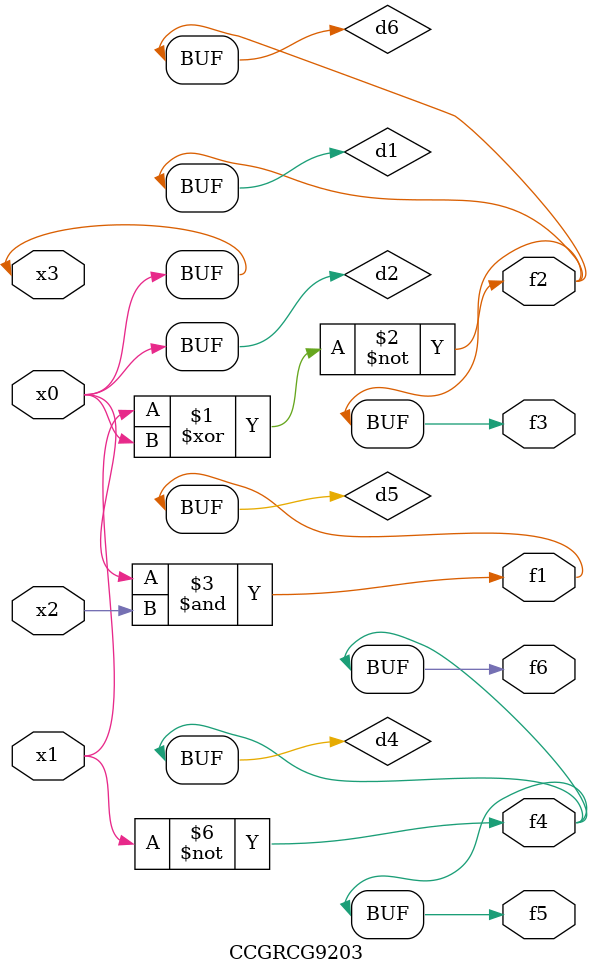
<source format=v>
module CCGRCG9203(
	input x0, x1, x2, x3,
	output f1, f2, f3, f4, f5, f6
);

	wire d1, d2, d3, d4, d5, d6;

	xnor (d1, x1, x3);
	buf (d2, x0, x3);
	nand (d3, x0, x2);
	not (d4, x1);
	nand (d5, d3);
	or (d6, d1);
	assign f1 = d5;
	assign f2 = d6;
	assign f3 = d6;
	assign f4 = d4;
	assign f5 = d4;
	assign f6 = d4;
endmodule

</source>
